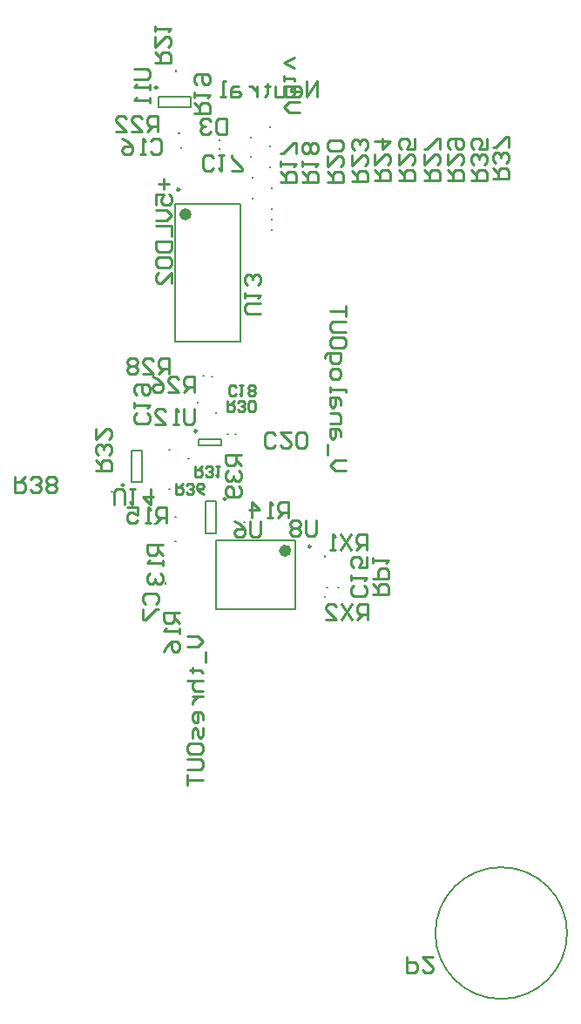
<source format=gbr>
%TF.GenerationSoftware,Altium Limited,Altium Designer,23.4.1 (23)*%
G04 Layer_Color=32896*
%FSLAX26Y26*%
%MOIN*%
%TF.SameCoordinates,99C6BA0F-0D9B-4297-A223-D59900673BD4*%
%TF.FilePolarity,Positive*%
%TF.FileFunction,Legend,Bot*%
%TF.Part,Single*%
G01*
G75*
%TA.AperFunction,NonConductor*%
%ADD42C,0.007874*%
%ADD44C,0.009842*%
%ADD45C,0.005000*%
%ADD46C,0.010000*%
%ADD47C,0.023622*%
D42*
X4737559Y5563110D02*
Y5826890D01*
X4432441Y5563110D02*
Y5826890D01*
X4737559D01*
X4432441Y5563110D02*
X4737559D01*
X4508032Y6234213D02*
X4511969D01*
X4645433Y7013031D02*
Y7016968D01*
Y7053031D02*
Y7056968D01*
X4646654Y7093031D02*
Y7096968D01*
X4568346Y7368032D02*
Y7371968D01*
X4641654Y7333032D02*
Y7336968D01*
X4574568Y7133031D02*
Y7136968D01*
X4574567Y7213031D02*
Y7216968D01*
X4645434Y7173031D02*
Y7176968D01*
X4641654Y7253031D02*
Y7256968D01*
X4568346Y7293032D02*
Y7296968D01*
X4640433Y7408032D02*
Y7411969D01*
X4275473Y5918347D02*
X4279410D01*
X4392756Y5853976D02*
Y5976024D01*
X4432126Y5853976D02*
Y5976024D01*
X4392756Y5853976D02*
X4432126D01*
X4392756Y5976024D02*
X4432126D01*
X4277323Y7113779D02*
X4525355D01*
X4277323Y6586220D02*
X4525355D01*
X4277323D02*
Y7113779D01*
X4525355Y6586220D02*
Y7113779D01*
X4111181Y6048937D02*
X4150551D01*
X4111181Y6170984D02*
X4150551D01*
X4111181Y6048937D02*
Y6170984D01*
X4150551Y6048937D02*
Y6170984D01*
X4275473Y5823347D02*
X4279410D01*
X4855472Y5648228D02*
X4859409D01*
X4195472Y5890433D02*
X4199409D01*
X4540472Y5897126D02*
X4544409D01*
X4242008Y5661693D02*
Y5665630D01*
X4900472Y5648228D02*
X4904409D01*
X4852008Y5765472D02*
Y5769409D01*
Y5610472D02*
Y5614409D01*
X4300433Y7328032D02*
Y7331969D01*
X4446772Y7323032D02*
Y7326969D01*
X4364567Y6353032D02*
Y6356968D01*
X4253032Y6174213D02*
X4256968D01*
X4446654Y7358032D02*
Y7361968D01*
X4293347Y7383032D02*
Y7386969D01*
X4279111Y7622229D02*
Y7626166D01*
X4291654Y7383032D02*
Y7386968D01*
X4418032Y6455433D02*
X4421969D01*
X4383032Y6456654D02*
X4386969D01*
X4432992Y6313032D02*
Y6316969D01*
X4328031Y6140433D02*
X4331968D01*
X4033032Y6013346D02*
X4036968D01*
X4253032Y6024567D02*
X4256969D01*
X4213977Y7485315D02*
Y7524685D01*
X4336024Y7485315D02*
Y7524685D01*
X4213977D02*
X4336024D01*
X4213977Y7485315D02*
X4336024D01*
X4366693Y6190866D02*
X4453307D01*
X4366693Y6214488D02*
X4453307D01*
Y6190866D02*
Y6214488D01*
X4366693Y6190866D02*
Y6214488D01*
X4478032Y6235433D02*
X4481969D01*
D44*
X4796614Y5803465D02*
G03*
X4796614Y5803465I-4921J0D01*
G01*
X4471496Y5985866D02*
G03*
X4471496Y5985866I-4921J0D01*
G01*
X4293859Y7168898D02*
G03*
X4293859Y7168898I-4921J0D01*
G01*
X4081654Y6039095D02*
G03*
X4081654Y6039095I-4921J0D01*
G01*
X4209055Y7559134D02*
G03*
X4209055Y7559134I-4921J0D01*
G01*
X4359803Y6245000D02*
G03*
X4359803Y6245000I-4921J0D01*
G01*
D45*
X5776969Y4325000D02*
G03*
X5776969Y4325000I-251969J0D01*
G01*
D46*
X4929987Y6095102D02*
X4890000D01*
X4870007Y6115095D01*
X4890000Y6135089D01*
X4929987D01*
X4860010Y6155083D02*
Y6195070D01*
X4909994Y6225060D02*
Y6245053D01*
X4899997Y6255050D01*
X4870007D01*
Y6225060D01*
X4880003Y6215063D01*
X4890000Y6225060D01*
Y6255050D01*
X4870007Y6275044D02*
X4909994D01*
Y6305034D01*
X4899997Y6315031D01*
X4870007D01*
X4909994Y6345021D02*
Y6365015D01*
X4899997Y6375011D01*
X4870007D01*
Y6345021D01*
X4880003Y6335024D01*
X4890000Y6345021D01*
Y6375011D01*
X4870007Y6395005D02*
Y6414998D01*
Y6405002D01*
X4929987D01*
Y6395005D01*
X4870007Y6454985D02*
Y6474979D01*
X4880003Y6484976D01*
X4899997D01*
X4909994Y6474979D01*
Y6454985D01*
X4899997Y6444989D01*
X4880003D01*
X4870007Y6454985D01*
X4850013Y6524963D02*
Y6534960D01*
X4860010Y6544956D01*
X4909994D01*
Y6514966D01*
X4899997Y6504969D01*
X4880003D01*
X4870007Y6514966D01*
Y6544956D01*
X4929987Y6594940D02*
Y6574947D01*
X4919990Y6564950D01*
X4880003D01*
X4870007Y6574947D01*
Y6594940D01*
X4880003Y6604937D01*
X4919990D01*
X4929987Y6594940D01*
Y6624931D02*
X4880003D01*
X4870007Y6634927D01*
Y6654921D01*
X4880003Y6664918D01*
X4929987D01*
Y6684911D02*
Y6724898D01*
Y6704905D01*
X4870007D01*
X5495010Y7210026D02*
X5554990D01*
Y7240016D01*
X5544993Y7250013D01*
X5525000D01*
X5515003Y7240016D01*
Y7210026D01*
Y7230019D02*
X5495010Y7250013D01*
X5544993Y7270007D02*
X5554990Y7280003D01*
Y7299997D01*
X5544993Y7309994D01*
X5534997D01*
X5525000Y7299997D01*
Y7290000D01*
Y7299997D01*
X5515003Y7309994D01*
X5505007D01*
X5495010Y7299997D01*
Y7280003D01*
X5505007Y7270007D01*
X5554990Y7329987D02*
Y7369974D01*
X5544993D01*
X5505007Y7329987D01*
X5495010D01*
X4529990Y6154974D02*
X4470010D01*
Y6124984D01*
X4480006Y6114987D01*
X4500000D01*
X4509997Y6124984D01*
Y6154974D01*
Y6134980D02*
X4529990Y6114987D01*
X4480006Y6094993D02*
X4470010Y6084997D01*
Y6065003D01*
X4480006Y6055006D01*
X4490003D01*
X4500000Y6065003D01*
Y6075000D01*
Y6065003D01*
X4509997Y6055006D01*
X4519993D01*
X4529990Y6065003D01*
Y6084997D01*
X4519993Y6094993D01*
Y6035013D02*
X4529990Y6025016D01*
Y6005023D01*
X4519993Y5995026D01*
X4480006D01*
X4470010Y6005023D01*
Y6025016D01*
X4480006Y6035013D01*
X4490003D01*
X4500000Y6025016D01*
Y5995026D01*
X4660013Y6190006D02*
X4650016Y6180010D01*
X4630023D01*
X4620026Y6190006D01*
Y6229993D01*
X4630023Y6239990D01*
X4650016D01*
X4660013Y6229993D01*
X4719994Y6239990D02*
X4680007D01*
X4719994Y6200003D01*
Y6190006D01*
X4709997Y6180010D01*
X4690003D01*
X4680007Y6190006D01*
X4739987D02*
X4749984Y6180010D01*
X4769977D01*
X4779974Y6190006D01*
Y6229993D01*
X4769977Y6239990D01*
X4749984D01*
X4739987Y6229993D01*
Y6190006D01*
X5163047Y4234990D02*
Y4175010D01*
X5193038D01*
X5203034Y4185006D01*
Y4205000D01*
X5193038Y4214997D01*
X5163047D01*
X5263015Y4234990D02*
X5223028D01*
X5263015Y4195003D01*
Y4185006D01*
X5253018Y4175010D01*
X5233025D01*
X5223028Y4185006D01*
X4754990Y7465034D02*
X4715003D01*
X4695010Y7485028D01*
X4715003Y7505021D01*
X4754990D01*
Y7565002D02*
X4695010D01*
Y7535011D01*
X4705007Y7525015D01*
X4725000D01*
X4734997Y7535011D01*
Y7565002D01*
X4695010Y7584995D02*
Y7604989D01*
Y7594992D01*
X4734997D01*
Y7584995D01*
Y7634979D02*
X4695010Y7654972D01*
X4734997Y7674966D01*
X4325011Y5459908D02*
X4364998D01*
X4384992Y5439914D01*
X4364998Y5419921D01*
X4325011D01*
X4394989Y5399927D02*
Y5359940D01*
X4335008Y5329950D02*
X4345005D01*
Y5339947D01*
Y5319953D01*
Y5329950D01*
X4374995D01*
X4384992Y5319953D01*
X4325011Y5289963D02*
X4384992D01*
X4355002D01*
X4345005Y5279966D01*
Y5259972D01*
X4355002Y5249976D01*
X4384992D01*
X4345005Y5229982D02*
X4384992D01*
X4364998D01*
X4355002Y5219985D01*
X4345005Y5209989D01*
Y5199992D01*
X4384992Y5140011D02*
Y5160005D01*
X4374995Y5170002D01*
X4355002D01*
X4345005Y5160005D01*
Y5140011D01*
X4355002Y5130015D01*
X4364998D01*
Y5170002D01*
X4384992Y5110021D02*
Y5080031D01*
X4374995Y5070034D01*
X4364998Y5080031D01*
Y5100024D01*
X4355002Y5110021D01*
X4345005Y5100024D01*
Y5070034D01*
X4325011Y5020050D02*
Y5040044D01*
X4335008Y5050040D01*
X4374995D01*
X4384992Y5040044D01*
Y5020050D01*
X4374995Y5010053D01*
X4335008D01*
X4325011Y5020050D01*
Y4990060D02*
X4374995D01*
X4384992Y4980063D01*
Y4960069D01*
X4374995Y4950073D01*
X4325011D01*
Y4930079D02*
Y4890092D01*
Y4910086D01*
X4384992D01*
X4045024Y5965010D02*
Y6014993D01*
X4055021Y6024990D01*
X4075015D01*
X4085011Y6014993D01*
Y5965010D01*
X4105005Y6024990D02*
X4124998D01*
X4115002D01*
Y5965010D01*
X4105005Y5975006D01*
X4184979Y6024990D02*
Y5965010D01*
X4154989Y5995000D01*
X4194976D01*
X4604990Y6695024D02*
X4555007D01*
X4545010Y6705021D01*
Y6725015D01*
X4555007Y6735011D01*
X4604990D01*
X4545010Y6755005D02*
Y6774998D01*
Y6765002D01*
X4604990D01*
X4594994Y6755005D01*
Y6804989D02*
X4604990Y6814985D01*
Y6834979D01*
X4594994Y6844976D01*
X4584997D01*
X4575000Y6834979D01*
Y6824982D01*
Y6834979D01*
X4565003Y6844976D01*
X4555007D01*
X4545010Y6834979D01*
Y6814985D01*
X4555007Y6804989D01*
X4349976Y6329990D02*
Y6280007D01*
X4339979Y6270010D01*
X4319985D01*
X4309989Y6280007D01*
Y6329990D01*
X4289995Y6270010D02*
X4270002D01*
X4279998D01*
Y6329990D01*
X4289995Y6319993D01*
X4200024Y6270010D02*
X4240011D01*
X4200024Y6309997D01*
Y6319993D01*
X4210021Y6329990D01*
X4230015D01*
X4240011Y6319993D01*
X4120010Y7629979D02*
X4169994D01*
X4179990Y7619982D01*
Y7599989D01*
X4169994Y7589992D01*
X4120010D01*
X4179990Y7569998D02*
Y7550005D01*
Y7560002D01*
X4120010D01*
X4130007Y7569998D01*
X4179990Y7520015D02*
Y7500021D01*
Y7510018D01*
X4120010D01*
X4130007Y7520015D01*
X4817543Y5903770D02*
Y5853786D01*
X4807546Y5843789D01*
X4787553D01*
X4777556Y5853786D01*
Y5903770D01*
X4757562Y5893773D02*
X4747566Y5903770D01*
X4727572D01*
X4717575Y5893773D01*
Y5883776D01*
X4727572Y5873780D01*
X4717575Y5863783D01*
Y5853786D01*
X4727572Y5843789D01*
X4747566D01*
X4757562Y5853786D01*
Y5863783D01*
X4747566Y5873780D01*
X4757562Y5883776D01*
Y5893773D01*
X4747566Y5873780D02*
X4727572D01*
X4604984Y5899990D02*
Y5850007D01*
X4594987Y5840010D01*
X4574993D01*
X4564997Y5850007D01*
Y5899990D01*
X4505016D02*
X4525010Y5889993D01*
X4545003Y5870000D01*
Y5850007D01*
X4535006Y5840010D01*
X4515013D01*
X4505016Y5850007D01*
Y5860003D01*
X4515013Y5870000D01*
X4545003D01*
X5012415Y5522451D02*
Y5582431D01*
X4982425D01*
X4972428Y5572434D01*
Y5552441D01*
X4982425Y5542444D01*
X5012415D01*
X4992422D02*
X4972428Y5522451D01*
X4952434Y5582431D02*
X4912447Y5522451D01*
Y5582431D02*
X4952434Y5522451D01*
X4852467D02*
X4892454D01*
X4852467Y5562438D01*
Y5572434D01*
X4862463Y5582431D01*
X4882457D01*
X4892454Y5572434D01*
X5009977Y5790010D02*
Y5849990D01*
X4979987D01*
X4969990Y5839993D01*
Y5820000D01*
X4979987Y5810003D01*
X5009977D01*
X4989984D02*
X4969990Y5790010D01*
X4949997Y5849990D02*
X4910010Y5790010D01*
Y5849990D02*
X4949997Y5790010D01*
X4890016D02*
X4870023D01*
X4880019D01*
Y5849990D01*
X4890016Y5839993D01*
X5035010Y5620023D02*
X5094990D01*
Y5650013D01*
X5084993Y5660010D01*
X5065000D01*
X5055003Y5650013D01*
Y5620023D01*
Y5640016D02*
X5035010Y5660010D01*
Y5680003D02*
X5094990D01*
Y5709994D01*
X5084993Y5719990D01*
X5065000D01*
X5055003Y5709994D01*
Y5680003D01*
X5035010Y5739984D02*
Y5759977D01*
Y5749981D01*
X5094990D01*
X5084993Y5739984D01*
X3665026Y6069990D02*
Y6010010D01*
X3695016D01*
X3705013Y6020006D01*
Y6040000D01*
X3695016Y6049997D01*
X3665026D01*
X3685019D02*
X3705013Y6069990D01*
X3725006Y6020006D02*
X3735003Y6010010D01*
X3754997D01*
X3764994Y6020006D01*
Y6030003D01*
X3754997Y6040000D01*
X3745000D01*
X3754997D01*
X3764994Y6049997D01*
Y6059993D01*
X3754997Y6069990D01*
X3735003D01*
X3725006Y6059993D01*
X3784987Y6020006D02*
X3794984Y6010010D01*
X3814977D01*
X3824974Y6020006D01*
Y6030003D01*
X3814977Y6040000D01*
X3824974Y6049997D01*
Y6059993D01*
X3814977Y6069990D01*
X3794984D01*
X3784987Y6059993D01*
Y6049997D01*
X3794984Y6040000D01*
X3784987Y6030003D01*
Y6020006D01*
X3794984Y6040000D02*
X3814977D01*
X4281684Y6044993D02*
Y6005006D01*
X4301677D01*
X4308342Y6011671D01*
Y6025000D01*
X4301677Y6031664D01*
X4281684D01*
X4295013D02*
X4308342Y6044993D01*
X4321671Y6011671D02*
X4328335Y6005006D01*
X4341664D01*
X4348329Y6011671D01*
Y6018336D01*
X4341664Y6025000D01*
X4335000D01*
X4341664D01*
X4348329Y6031664D01*
Y6038329D01*
X4341664Y6044993D01*
X4328335D01*
X4321671Y6038329D01*
X4388316Y6005006D02*
X4374987Y6011671D01*
X4361658Y6025000D01*
Y6038329D01*
X4368322Y6044993D01*
X4381651D01*
X4388316Y6038329D01*
Y6031664D01*
X4381651Y6025000D01*
X4361658D01*
X5410010Y7205026D02*
X5469990D01*
Y7235016D01*
X5459994Y7245013D01*
X5440000D01*
X5430003Y7235016D01*
Y7205026D01*
Y7225019D02*
X5410010Y7245013D01*
X5459994Y7265006D02*
X5469990Y7275003D01*
Y7294997D01*
X5459994Y7304993D01*
X5449997D01*
X5440000Y7294997D01*
Y7285000D01*
Y7294997D01*
X5430003Y7304993D01*
X5420007D01*
X5410010Y7294997D01*
Y7275003D01*
X5420007Y7265006D01*
X5469990Y7364974D02*
Y7324987D01*
X5440000D01*
X5449997Y7344980D01*
Y7354977D01*
X5440000Y7364974D01*
X5420007D01*
X5410010Y7354977D01*
Y7334984D01*
X5420007Y7324987D01*
X3975010Y6095026D02*
X4034990D01*
Y6125016D01*
X4024994Y6135013D01*
X4005000D01*
X3995003Y6125016D01*
Y6095026D01*
Y6115019D02*
X3975010Y6135013D01*
X4024994Y6155006D02*
X4034990Y6165003D01*
Y6184997D01*
X4024994Y6194993D01*
X4014997D01*
X4005000Y6184997D01*
Y6175000D01*
Y6184997D01*
X3995003Y6194993D01*
X3985007D01*
X3975010Y6184997D01*
Y6165003D01*
X3985007Y6155006D01*
X3975010Y6254974D02*
Y6214987D01*
X4014997Y6254974D01*
X4024994D01*
X4034990Y6244977D01*
Y6224984D01*
X4024994Y6214987D01*
X4353348Y6109993D02*
Y6070006D01*
X4373342D01*
X4380006Y6076671D01*
Y6090000D01*
X4373342Y6096664D01*
X4353348D01*
X4366677D02*
X4380006Y6109993D01*
X4393336Y6076671D02*
X4400000Y6070006D01*
X4413329D01*
X4419993Y6076671D01*
Y6083336D01*
X4413329Y6090000D01*
X4406664D01*
X4413329D01*
X4419993Y6096664D01*
Y6103329D01*
X4413329Y6109993D01*
X4400000D01*
X4393336Y6103329D01*
X4433323Y6109993D02*
X4446652D01*
X4439987D01*
Y6070006D01*
X4433323Y6076671D01*
X4476684Y6359993D02*
Y6320006D01*
X4496677D01*
X4503342Y6326671D01*
Y6340000D01*
X4496677Y6346664D01*
X4476684D01*
X4490013D02*
X4503342Y6359993D01*
X4516671Y6326671D02*
X4523335Y6320006D01*
X4536664D01*
X4543329Y6326671D01*
Y6333336D01*
X4536664Y6340000D01*
X4530000D01*
X4536664D01*
X4543329Y6346664D01*
Y6353329D01*
X4536664Y6359993D01*
X4523335D01*
X4516671Y6353329D01*
X4556658Y6326671D02*
X4563322Y6320006D01*
X4576651D01*
X4583316Y6326671D01*
Y6353329D01*
X4576651Y6359993D01*
X4563322D01*
X4556658Y6353329D01*
Y6326671D01*
X5320010Y7205026D02*
X5379990D01*
Y7235016D01*
X5369994Y7245013D01*
X5350000D01*
X5340003Y7235016D01*
Y7205026D01*
Y7225019D02*
X5320010Y7245013D01*
Y7304993D02*
Y7265006D01*
X5359997Y7304993D01*
X5369994D01*
X5379990Y7294997D01*
Y7275003D01*
X5369994Y7265006D01*
X5330007Y7324987D02*
X5320010Y7334984D01*
Y7354977D01*
X5330007Y7364974D01*
X5369994D01*
X5379990Y7354977D01*
Y7334984D01*
X5369994Y7324987D01*
X5359997D01*
X5350000Y7334984D01*
Y7364974D01*
X4254974Y6465010D02*
Y6524990D01*
X4224984D01*
X4214987Y6514993D01*
Y6495000D01*
X4224984Y6485003D01*
X4254974D01*
X4234981D02*
X4214987Y6465010D01*
X4155006D02*
X4194993D01*
X4155006Y6504997D01*
Y6514993D01*
X4165003Y6524990D01*
X4184997D01*
X4194993Y6514993D01*
X4135013D02*
X4125016Y6524990D01*
X4105023D01*
X4095026Y6514993D01*
Y6504997D01*
X4105023Y6495000D01*
X4095026Y6485003D01*
Y6475007D01*
X4105023Y6465010D01*
X4125016D01*
X4135013Y6475007D01*
Y6485003D01*
X4125016Y6495000D01*
X4135013Y6504997D01*
Y6514993D01*
X4125016Y6495000D02*
X4105023D01*
X5230010Y7203805D02*
X5289990D01*
Y7233796D01*
X5279993Y7243792D01*
X5260000D01*
X5250003Y7233796D01*
Y7203805D01*
Y7223799D02*
X5230010Y7243792D01*
Y7303773D02*
Y7263786D01*
X5269997Y7303773D01*
X5279993D01*
X5289990Y7293776D01*
Y7273783D01*
X5279993Y7263786D01*
X5289990Y7323767D02*
Y7363754D01*
X5279993D01*
X5240006Y7323767D01*
X5230010D01*
X4349974Y6395010D02*
Y6454990D01*
X4319984D01*
X4309987Y6444993D01*
Y6425000D01*
X4319984Y6415003D01*
X4349974D01*
X4329981D02*
X4309987Y6395010D01*
X4250006D02*
X4289993D01*
X4250006Y6434997D01*
Y6444993D01*
X4260003Y6454990D01*
X4279997D01*
X4289993Y6444993D01*
X4190026Y6454990D02*
X4210019Y6444993D01*
X4230013Y6425000D01*
Y6405007D01*
X4220016Y6395010D01*
X4200023D01*
X4190026Y6405007D01*
Y6415003D01*
X4200023Y6425000D01*
X4230013D01*
X5135009Y7205026D02*
X5194990D01*
Y7235016D01*
X5184993Y7245013D01*
X5165000D01*
X5155003Y7235016D01*
Y7205026D01*
Y7225019D02*
X5135009Y7245013D01*
Y7304993D02*
Y7265006D01*
X5174997Y7304993D01*
X5184993D01*
X5194990Y7294997D01*
Y7275003D01*
X5184993Y7265006D01*
X5194990Y7364974D02*
Y7324987D01*
X5165000D01*
X5174997Y7344980D01*
Y7354977D01*
X5165000Y7364974D01*
X5145006D01*
X5135009Y7354977D01*
Y7334984D01*
X5145006Y7324987D01*
X5040010Y7203805D02*
X5099990D01*
Y7233795D01*
X5089993Y7243792D01*
X5070000D01*
X5060003Y7233795D01*
Y7203805D01*
Y7223798D02*
X5040010Y7243792D01*
Y7303773D02*
Y7263785D01*
X5079997Y7303773D01*
X5089993D01*
X5099990Y7293776D01*
Y7273782D01*
X5089993Y7263785D01*
X5040010Y7353756D02*
X5099990D01*
X5070000Y7323766D01*
Y7363753D01*
X4955010Y7200026D02*
X5014990D01*
Y7230016D01*
X5004993Y7240013D01*
X4985000D01*
X4975003Y7230016D01*
Y7200026D01*
Y7220019D02*
X4955010Y7240013D01*
Y7299994D02*
Y7260007D01*
X4994997Y7299994D01*
X5004993D01*
X5014990Y7289997D01*
Y7270003D01*
X5004993Y7260007D01*
Y7319987D02*
X5014990Y7329984D01*
Y7349977D01*
X5004993Y7359974D01*
X4994997D01*
X4985000Y7349977D01*
Y7339981D01*
Y7349977D01*
X4975003Y7359974D01*
X4965007D01*
X4955010Y7349977D01*
Y7329984D01*
X4965007Y7319987D01*
X4211195Y7390010D02*
Y7449990D01*
X4181204D01*
X4171208Y7439993D01*
Y7420000D01*
X4181204Y7410003D01*
X4211195D01*
X4191201D02*
X4171208Y7390010D01*
X4111227D02*
X4151214D01*
X4111227Y7429997D01*
Y7439993D01*
X4121224Y7449990D01*
X4141217D01*
X4151214Y7439993D01*
X4051246Y7390010D02*
X4091233D01*
X4051246Y7429997D01*
Y7439993D01*
X4061243Y7449990D01*
X4081237D01*
X4091233Y7439993D01*
X4200010Y7655023D02*
X4259990D01*
Y7685013D01*
X4249993Y7695010D01*
X4230000D01*
X4220003Y7685013D01*
Y7655023D01*
Y7675016D02*
X4200010Y7695010D01*
Y7754990D02*
Y7715003D01*
X4239997Y7754990D01*
X4249993D01*
X4259990Y7744994D01*
Y7725000D01*
X4249993Y7715003D01*
X4200010Y7774984D02*
Y7794977D01*
Y7784981D01*
X4259990D01*
X4249993Y7774984D01*
X4860010Y7197585D02*
X4919990D01*
Y7227575D01*
X4909993Y7237572D01*
X4890000D01*
X4880003Y7227575D01*
Y7197585D01*
Y7217578D02*
X4860010Y7237572D01*
Y7297552D02*
Y7257565D01*
X4899997Y7297552D01*
X4909993D01*
X4919990Y7287556D01*
Y7267562D01*
X4909993Y7257565D01*
Y7317546D02*
X4919990Y7327543D01*
Y7347536D01*
X4909993Y7357533D01*
X4870006D01*
X4860010Y7347536D01*
Y7327543D01*
X4870006Y7317546D01*
X4909993D01*
X4350010Y7460024D02*
X4409990D01*
Y7490015D01*
X4399994Y7500011D01*
X4380000D01*
X4370003Y7490015D01*
Y7460024D01*
Y7480018D02*
X4350010Y7500011D01*
Y7520005D02*
Y7539998D01*
Y7530002D01*
X4409990D01*
X4399994Y7520005D01*
X4360007Y7569989D02*
X4350010Y7579985D01*
Y7599979D01*
X4360007Y7609976D01*
X4399994D01*
X4409990Y7599979D01*
Y7579985D01*
X4399994Y7569989D01*
X4389997D01*
X4380000Y7579985D01*
Y7609976D01*
X4765010Y7198804D02*
X4824990D01*
Y7228794D01*
X4814993Y7238791D01*
X4795000D01*
X4785003Y7228794D01*
Y7198804D01*
Y7218797D02*
X4765010Y7238791D01*
Y7258784D02*
Y7278778D01*
Y7268781D01*
X4824990D01*
X4814993Y7258784D01*
Y7308768D02*
X4824990Y7318765D01*
Y7338758D01*
X4814993Y7348755D01*
X4804997D01*
X4795000Y7338758D01*
X4785003Y7348755D01*
X4775006D01*
X4765010Y7338758D01*
Y7318765D01*
X4775006Y7308768D01*
X4785003D01*
X4795000Y7318765D01*
X4804997Y7308768D01*
X4814993D01*
X4795000Y7318765D02*
Y7338758D01*
X4680009Y7198804D02*
X4739990D01*
Y7228794D01*
X4729993Y7238791D01*
X4710000D01*
X4700003Y7228794D01*
Y7198804D01*
Y7218797D02*
X4680009Y7238791D01*
Y7258784D02*
Y7278778D01*
Y7268781D01*
X4739990D01*
X4729993Y7258784D01*
X4739990Y7308768D02*
Y7348755D01*
X4729993D01*
X4690006Y7308768D01*
X4680009D01*
X4294990Y5549976D02*
X4235010D01*
Y5519985D01*
X4245006Y5509989D01*
X4265000D01*
X4274997Y5519985D01*
Y5549976D01*
Y5529982D02*
X4294990Y5509989D01*
Y5489995D02*
Y5470002D01*
Y5479998D01*
X4235010D01*
X4245006Y5489995D01*
X4235010Y5400024D02*
X4245006Y5420018D01*
X4265000Y5440011D01*
X4284993D01*
X4294990Y5430014D01*
Y5410021D01*
X4284993Y5400024D01*
X4274997D01*
X4265000Y5410021D01*
Y5440011D01*
X4244976Y5895010D02*
Y5954990D01*
X4214985D01*
X4204989Y5944993D01*
Y5925000D01*
X4214985Y5915003D01*
X4244976D01*
X4224982D02*
X4204989Y5895010D01*
X4184995D02*
X4165002D01*
X4174998D01*
Y5954990D01*
X4184995Y5944993D01*
X4095024Y5954990D02*
X4135011D01*
Y5925000D01*
X4115018Y5934997D01*
X4105021D01*
X4095024Y5925000D01*
Y5905007D01*
X4105021Y5895010D01*
X4125015D01*
X4135011Y5905007D01*
X4709976Y5915010D02*
Y5974990D01*
X4679985D01*
X4669989Y5964993D01*
Y5945000D01*
X4679985Y5935003D01*
X4709976D01*
X4689982D02*
X4669989Y5915010D01*
X4649995D02*
X4630002D01*
X4639998D01*
Y5974990D01*
X4649995Y5964993D01*
X4570021Y5915010D02*
Y5974990D01*
X4600011Y5945000D01*
X4560024D01*
X4229990Y5809976D02*
X4170010D01*
Y5779985D01*
X4180006Y5769989D01*
X4200000D01*
X4209997Y5779985D01*
Y5809976D01*
Y5789982D02*
X4229990Y5769989D01*
Y5749995D02*
Y5730002D01*
Y5739998D01*
X4170010D01*
X4180006Y5749995D01*
Y5700011D02*
X4170010Y5690014D01*
Y5670021D01*
X4180006Y5660024D01*
X4190003D01*
X4200000Y5670021D01*
Y5680018D01*
Y5670021D01*
X4209997Y5660024D01*
X4219993D01*
X4229990Y5670021D01*
Y5690014D01*
X4219993Y5700011D01*
X4819940Y7525010D02*
Y7584990D01*
X4779953Y7525010D01*
Y7584990D01*
X4729969Y7525010D02*
X4749963D01*
X4759959Y7535007D01*
Y7555000D01*
X4749963Y7564997D01*
X4729969D01*
X4719972Y7555000D01*
Y7545003D01*
X4759959D01*
X4699979Y7564997D02*
Y7535007D01*
X4689982Y7525010D01*
X4659992D01*
Y7564997D01*
X4630002Y7574993D02*
Y7564997D01*
X4639998D01*
X4620005D01*
X4630002D01*
Y7535007D01*
X4620005Y7525010D01*
X4590015Y7564997D02*
Y7525010D01*
Y7545003D01*
X4580018Y7555000D01*
X4570021Y7564997D01*
X4560024D01*
X4520037D02*
X4500044D01*
X4490047Y7555000D01*
Y7525010D01*
X4520037D01*
X4530034Y7535007D01*
X4520037Y7545003D01*
X4490047D01*
X4470053Y7525010D02*
X4450060D01*
X4460056D01*
Y7584990D01*
X4470053D01*
X4473645Y7439990D02*
Y7380010D01*
X4443655D01*
X4433658Y7390007D01*
Y7429993D01*
X4443655Y7439990D01*
X4473645D01*
X4413664Y7429993D02*
X4403667Y7439990D01*
X4383674D01*
X4373677Y7429993D01*
Y7419997D01*
X4383674Y7410000D01*
X4393671D01*
X4383674D01*
X4373677Y7400003D01*
Y7390007D01*
X4383674Y7380010D01*
X4403667D01*
X4413664Y7390007D01*
X4169994Y6315011D02*
X4179990Y6305015D01*
Y6285021D01*
X4169994Y6275024D01*
X4130007D01*
X4120010Y6285021D01*
Y6305015D01*
X4130007Y6315011D01*
X4120010Y6335005D02*
Y6354998D01*
Y6345002D01*
X4179990D01*
X4169994Y6335005D01*
X4130007Y6384989D02*
X4120010Y6394985D01*
Y6414979D01*
X4130007Y6424976D01*
X4169994D01*
X4179990Y6414979D01*
Y6394985D01*
X4169994Y6384989D01*
X4159997D01*
X4150000Y6394985D01*
Y6424976D01*
X4511674Y6386671D02*
X4505010Y6380006D01*
X4491681D01*
X4485016Y6386671D01*
Y6413329D01*
X4491681Y6419993D01*
X4505010D01*
X4511674Y6413329D01*
X4525003Y6419993D02*
X4538332D01*
X4531668D01*
Y6380006D01*
X4525003Y6386671D01*
X4558326D02*
X4564990Y6380006D01*
X4578319D01*
X4584984Y6386671D01*
Y6393336D01*
X4578319Y6400000D01*
X4584984Y6406664D01*
Y6413329D01*
X4578319Y6419993D01*
X4564990D01*
X4558326Y6413329D01*
Y6406664D01*
X4564990Y6400000D01*
X4558326Y6393336D01*
Y6386671D01*
X4564990Y6400000D02*
X4578319D01*
X4425011Y7250006D02*
X4415015Y7240010D01*
X4395021D01*
X4385024Y7250006D01*
Y7289993D01*
X4395021Y7299990D01*
X4415015D01*
X4425011Y7289993D01*
X4445005Y7299990D02*
X4464998D01*
X4455002D01*
Y7240010D01*
X4445005Y7250006D01*
X4494989Y7240010D02*
X4534976D01*
Y7250006D01*
X4494989Y7289993D01*
Y7299990D01*
X4184988Y7354993D02*
X4194985Y7364990D01*
X4214979D01*
X4224975Y7354993D01*
Y7315006D01*
X4214979Y7305010D01*
X4194985D01*
X4184988Y7315006D01*
X4164995Y7305010D02*
X4145001D01*
X4154998D01*
Y7364990D01*
X4164995Y7354993D01*
X4075024Y7364990D02*
X4095018Y7354993D01*
X4115011Y7335000D01*
Y7315006D01*
X4105014Y7305010D01*
X4085021D01*
X4075024Y7315006D01*
Y7325003D01*
X4085021Y7335000D01*
X4115011D01*
X4999994Y5655011D02*
X5009990Y5645015D01*
Y5625021D01*
X4999994Y5615024D01*
X4960007D01*
X4950010Y5625021D01*
Y5645015D01*
X4960007Y5655011D01*
X4950010Y5675005D02*
Y5694998D01*
Y5685002D01*
X5009990D01*
X4999994Y5675005D01*
X5009990Y5764976D02*
Y5724989D01*
X4980000D01*
X4989997Y5744982D01*
Y5754979D01*
X4980000Y5764976D01*
X4960007D01*
X4950010Y5754979D01*
Y5734985D01*
X4960007Y5724989D01*
X4165007Y5584997D02*
X4155010Y5594993D01*
Y5614987D01*
X4165007Y5624984D01*
X4204993D01*
X4214990Y5614987D01*
Y5594993D01*
X4204993Y5584997D01*
X4155010Y5565003D02*
Y5525016D01*
X4165007D01*
X4204993Y5565003D01*
X4214990D01*
X4235000Y7209935D02*
Y7169948D01*
X4215006Y7189942D02*
X4254993D01*
X4205010Y7109967D02*
Y7149955D01*
X4235000D01*
X4225003Y7129961D01*
Y7119964D01*
X4235000Y7109967D01*
X4254993D01*
X4264990Y7119964D01*
Y7139958D01*
X4254993Y7149955D01*
X4205010Y7089974D02*
X4244997D01*
X4264990Y7069980D01*
X4244997Y7049987D01*
X4205010D01*
Y7029993D02*
X4264990D01*
Y6990006D01*
X4205010Y6970013D02*
X4264990D01*
Y6940023D01*
X4254993Y6930026D01*
X4215006D01*
X4205010Y6940023D01*
Y6970013D01*
Y6880042D02*
Y6900035D01*
X4215006Y6910032D01*
X4254993D01*
X4264990Y6900035D01*
Y6880042D01*
X4254993Y6870045D01*
X4215006D01*
X4205010Y6880042D01*
X4264990Y6810065D02*
Y6850052D01*
X4225003Y6810065D01*
X4215006D01*
X4205010Y6820061D01*
Y6840055D01*
X4215006Y6850052D01*
D47*
X4710000Y5787520D02*
G03*
X4710000Y5787520I-11811J0D01*
G01*
X4328504Y7074409D02*
G03*
X4328504Y7074409I-11811J0D01*
G01*
%TF.MD5,809c04f8d9ec7f42ecf55631e9fbe41f*%
M02*

</source>
